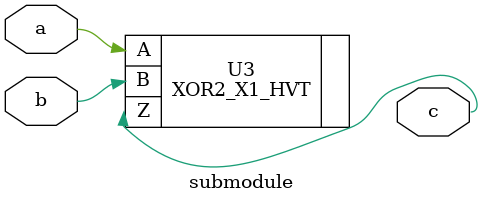
<source format=v>
module has_notempty(a,b,c,d);
   input a;
   input b;
   output c;
   output d;
  submodule U1 (.a(a), .b(b), .c(c));
  XOR2_X1_HVT U3 (.A(b), .B(c), .Z(d));
endmodule

module submodule(a,b,c);
   input a;
   input b;
   output c;
  XOR2_X1_HVT U3 (.A(a), .B(b), .Z(c));
endmodule


</source>
